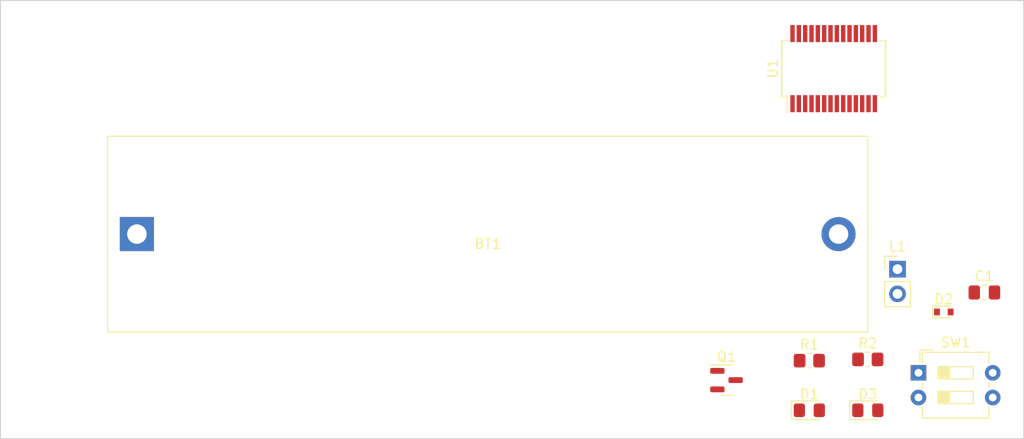
<source format=kicad_pcb>
(kicad_pcb (version 20211014) (generator pcbnew)
  (layers (0 "F.Cu" signal) (31 "B.Cu" signal) (34 "B.Paste" user) (35 "F.Paste" user) (36 "B.SilkS" user "B.Silkscreen") (37 "F.SilkS" user "F.Silkscreen") (38 "B.Mask" user) (39 "F.Mask" user) (44 "Edge.Cuts" user))
  (net 0 "")
  (net 1 "Net-(BT1-Pad1)")
  (net 2 "GND")
  (net 3 "Net-(C1-Pad2)")
  (net 4 "Net-(D1-Pad2)")
  (net 5 "Net-(D2-Pad1)")
  (net 6 "Net-(D3-Pad2)")
  (net 7 "Net-(L1-Pad1)")
  (net 8 "Net-(Q1-Pad1)")
  (net 9 "Net-(R2-Pad2)")
  (footprint "Resistor_SMD:R_0805_2012Metric_Pad1.20x1.40mm_HandSolder" (layer "F.Cu") (at 184 91.875)
    (fp_text reference "R2" (at 0 -1.65) (layer "F.SilkS"))
    (fp_text value "R")
    (fp_line (start -0.227064 -0.735) (end 0.227064 -0.735) (layer "F.SilkS") (width 0.12))
    (fp_line (start -0.227064 0.735) (end 0.227064 0.735) (layer "F.SilkS") (width 0.12))
    (pad "1" smd roundrect (at -1 0) (size 1.2 1.4) (layers "F.Cu" "F.Paste" "F.Mask") (roundrect_rratio 0.208333) (net 6 "Net-(D3-Pad2)"))
    (pad "2" smd roundrect (at 1 0) (size 1.2 1.4) (layers "F.Cu" "F.Paste" "F.Mask") (roundrect_rratio 0.208333) (net 9 "Net-(R2-Pad2)"))
  )
  (footprint "Diode_SMD:D_SOD-523" (layer "F.Cu") (at 191.8 87)
    (fp_text reference "D2" (at 0 -1.3) (layer "F.SilkS"))
    (fp_text value "1N914WT")
    (fp_line (start -1.15 -0.6) (end -1.15 0.6) (layer "F.SilkS") (width 0.12))
    (fp_line (start 0.7 -0.6) (end -1.15 -0.6) (layer "F.SilkS") (width 0.12))
    (fp_line (start 0.7 0.6) (end -1.15 0.6) (layer "F.SilkS") (width 0.12))
    (pad "1" smd rect (at -0.7 0 180) (size 0.6 0.7) (layers "F.Cu" "F.Paste" "F.Mask") (net 5 "Net-(D2-Pad1)"))
    (pad "2" smd rect (at 0.7 0 180) (size 0.6 0.7) (layers "F.Cu" "F.Paste" "F.Mask") (net 1 "Net-(BT1-Pad1)"))
  )
  (footprint "Button_Switch_THT:SW_DIP_SPSTx02_Slide_6.7x6.64mm_W7.62mm_P2.54mm_LowProfile" (layer "F.Cu") (at 189.2 93.25)
    (fp_text reference "SW1" (at 3.81 -3.11) (layer "F.SilkS"))
    (fp_text value "SW_SPDT")
    (fp_line (start 2 0.565) (end 3.206667 0.565) (layer "F.SilkS") (width 0.12))
    (fp_line (start 0.16 -2.35) (end 1.543 -2.35) (layer "F.SilkS") (width 0.12))
    (fp_line (start 2 2.025) (end 3.206667 2.025) (layer "F.SilkS") (width 0.12))
    (fp_line (start 2 -0.635) (end 2 0.635) (layer "F.SilkS") (width 0.12))
    (fp_line (start 0.4 3.53) (end 0.4 4.65) (layer "F.SilkS") (width 0.12))
    (fp_line (start 2 0.205) (end 3.206667 0.205) (layer "F.SilkS") (width 0.12))
    (fp_line (start 2 0.445) (end 3.206667 0.445) (layer "F.SilkS") (width 0.12))
    (fp_line (start 2 1.905) (end 2 3.175) (layer "F.SilkS") (width 0.12))
    (fp_line (start 2 2.145) (end 3.206667 2.145) (layer "F.SilkS") (width 0.12))
    (fp_line (start 2 0.325) (end 3.206667 0.325) (layer "F.SilkS") (width 0.12))
    (fp_line (start 3.206667 1.905) (end 3.206667 3.175) (layer "F.SilkS") (width 0.12))
    (fp_line (start 7.221 0.99) (end 7.221 1.551) (layer "F.SilkS") (width 0.12))
    (fp_line (start 5.62 -0.635) (end 2 -0.635) (layer "F.SilkS") (width 0.12))
    (fp_line (start 0.16 -2.35) (end 0.16 -1.04) (layer "F.SilkS") (width 0.12))
    (fp_line (start 7.221 -2.11) (end 7.221 -0.99) (layer "F.SilkS") (width 0.12))
    (fp_line (start 2 2.625) (end 3.206667 2.625) (layer "F.SilkS") (width 0.12))
    (fp_line (start 2 3.105) (end 3.206667 3.105) (layer "F.SilkS") (width 0.12))
    (fp_line (start 2 -0.035) (end 3.206667 -0.035) (layer "F.SilkS") (width 0.12))
    (fp_line (start 2 2.865) (end 3.206667 2.865) (layer "F.SilkS") (width 0.12))
    (fp_line (start 2 3.175) (end 5.62 3.175) (layer "F.SilkS") (width 0.12))
    (fp_line (start 0.4 4.65) (end 7.221 4.65) (layer "F.SilkS") (width 0.12))
    (fp_line (start 2 2.985) (end 3.206667 2.985) (layer "F.SilkS") (width 0.12))
    (fp_line (start 2 -0.515) (end 3.206667 -0.515) (layer "F.SilkS") (width 0.12))
    (fp_line (start 2 2.265) (end 3.206667 2.265) (layer "F.SilkS") (width 0.12))
    (fp_line (start 0.4 1.04) (end 0.4 1.551) (layer "F.SilkS") (width 0.12))
    (fp_line (start 2 0.635) (end 5.62 0.635) (layer "F.SilkS") (width 0.12))
    (fp_line (start 2 2.745) (end 3.206667 2.745) (layer "F.SilkS") (width 0.12))
    (fp_line (start 2 2.505) (end 3.206667 2.505) (layer "F.SilkS") (width 0.12))
    (fp_line (start 5.62 0.635) (end 5.62 -0.635) (layer "F.SilkS") (width 0.12))
    (fp_line (start 5.62 3.175) (end 5.62 1.905) (layer "F.SilkS") (width 0.12))
    (fp_line (start 2 0.085) (end 3.206667 0.085) (layer "F.SilkS") (width 0.12))
    (fp_line (start 3.206667 -0.635) (end 3.206667 0.635) (layer "F.SilkS") (width 0.12))
    (fp_line (start 5.62 1.905) (end 2 1.905) (layer "F.SilkS") (width 0.12))
    (fp_line (start 2 2.385) (end 3.206667 2.385) (layer "F.SilkS") (width 0.12))
    (fp_line (start 7.221 3.53) (end 7.221 4.65) (layer "F.SilkS") (width 0.12))
    (fp_line (start 0.4 -2.11) (end 7.221 -2.11) (layer "F.SilkS") (width 0.12))
    (fp_line (start 2 -0.275) (end 3.206667 -0.275) (layer "F.SilkS") (width 0.12))
    (fp_line (start 2 -0.155) (end 3.206667 -0.155) (layer "F.SilkS") (width 0.12))
    (fp_line (start 0.4 -2.11) (end 0.4 -1.04) (layer "F.SilkS") (width 0.12))
    (fp_line (start 2 -0.395) (end 3.206667 -0.395) (layer "F.SilkS") (width 0.12))
    (pad "1" thru_hole rect (at 0 0) (size 1.6 1.6) (drill 0.8) (layers *.Cu *.Mask) (net 9 "Net-(R2-Pad2)"))
    (pad "2" thru_hole oval (at 0 2.54) (size 1.6 1.6) (drill 0.8) (layers *.Cu *.Mask) (net 5 "Net-(D2-Pad1)"))
    (pad "3" thru_hole oval (at 7.62 2.54) (size 1.6 1.6) (drill 0.8) (layers *.Cu *.Mask))
    (pad "4" thru_hole oval (at 7.62 0) (size 1.6 1.6) (drill 0.8) (layers *.Cu *.Mask))
  )
  (footprint "Resistor_SMD:R_0805_2012Metric_Pad1.20x1.40mm_HandSolder" (layer "F.Cu") (at 178 92)
    (fp_text reference "R1" (at 0 -1.65) (layer "F.SilkS"))
    (fp_text value "R")
    (fp_line (start -0.227064 0.735) (end 0.227064 0.735) (layer "F.SilkS") (width 0.12))
    (fp_line (start -0.227064 -0.735) (end 0.227064 -0.735) (layer "F.SilkS") (width 0.12))
    (pad "1" smd roundrect (at -1 0) (size 1.2 1.4) (layers "F.Cu" "F.Paste" "F.Mask") (roundrect_rratio 0.208333) (net 4 "Net-(D1-Pad2)"))
    (pad "2" smd roundrect (at 1 0) (size 1.2 1.4) (layers "F.Cu" "F.Paste" "F.Mask") (roundrect_rratio 0.208333) (net 8 "Net-(Q1-Pad1)"))
  )
  (footprint "Battery:BatteryHolder_MPD_BH-18650-PC2" (layer "F.Cu") (at 109 79)
    (fp_text reference "BT1" (at 36 1) (layer "F.SilkS"))
    (fp_text value "Battery_Cell")
    (fp_line (start 75 -10.05) (end 75 10.05) (layer "F.SilkS") (width 0.12))
    (fp_line (start -3 -10.05) (end 75 -10.05) (layer "F.SilkS") (width 0.12))
    (fp_line (start -3 10.05) (end -3 -10.05) (layer "F.SilkS") (width 0.12))
    (fp_line (start 75 10.05) (end -3 10.05) (layer "F.SilkS") (width 0.12))
    (pad "" np_thru_hole circle (at 64.255 0) (size 3.2 3.2) (drill 3.2) (layers *.Cu *.Mask))
    (pad "" np_thru_hole circle (at 8.645 0) (size 3.2 3.2) (drill 3.2) (layers *.Cu *.Mask))
    (pad "1" thru_hole rect (at 0 0) (size 3.5 3.5) (drill 2) (layers *.Cu *.Mask) (net 1 "Net-(BT1-Pad1)"))
    (pad "2" thru_hole circle (at 72 0) (size 3.5 3.5) (drill 2) (layers *.Cu *.Mask) (net 2 "GND"))
  )
  (footprint "Package_TO_SOT_SMD:SOT-23" (layer "F.Cu") (at 169.5 94)
    (fp_text reference "Q1" (at 0 -2.4) (layer "F.SilkS"))
    (fp_text value "AO3400A")
    (fp_line (start 0 -1.56) (end -1.675 -1.56) (layer "F.SilkS") (width 0.12))
    (fp_line (start 0 -1.56) (end 0.65 -1.56) (layer "F.SilkS") (width 0.12))
    (fp_line (start 0 1.56) (end -0.65 1.56) (layer "F.SilkS") (width 0.12))
    (fp_line (start 0 1.56) (end 0.65 1.56) (layer "F.SilkS") (width 0.12))
    (pad "1" smd roundrect (at -0.9375 -0.95) (size 1.475 0.6) (layers "F.Cu" "F.Paste" "F.Mask") (net 8 "Net-(Q1-Pad1)"))
    (pad "2" smd roundrect (at -0.9375 0.95) (size 1.475 0.6) (layers "F.Cu" "F.Paste" "F.Mask") (net 2 "GND"))
    (pad "3" smd roundrect (at 0.9375 0) (size 1.475 0.6) (layers "F.Cu" "F.Paste" "F.Mask") (net 7 "Net-(L1-Pad1)"))
  )
  (footprint "LED_SMD:LED_0805_2012Metric_Pad1.15x1.40mm_HandSolder" (layer "F.Cu") (at 178 97.1)
    (fp_text reference "D1" (at 0 -1.65) (layer "F.SilkS"))
    (fp_text value "LED")
    (fp_line (start 1 -0.96) (end -1.86 -0.96) (layer "F.SilkS") (width 0.12))
    (fp_line (start -1.86 0.96) (end 1 0.96) (layer "F.SilkS") (width 0.12))
    (fp_line (start -1.86 -0.96) (end -1.86 0.96) (layer "F.SilkS") (width 0.12))
    (pad "1" smd roundrect (at -1.025 0) (size 1.15 1.4) (layers "F.Cu" "F.Paste" "F.Mask") (roundrect_rratio 0.217391) (net 2 "GND"))
    (pad "2" smd roundrect (at 1.025 0) (size 1.15 1.4) (layers "F.Cu" "F.Paste" "F.Mask") (roundrect_rratio 0.217391) (net 4 "Net-(D1-Pad2)"))
  )
  (footprint "LED_SMD:LED_0805_2012Metric_Pad1.15x1.40mm_HandSolder" (layer "F.Cu") (at 184 97.1)
    (fp_text reference "D3" (at 0 -1.65) (layer "F.SilkS"))
    (fp_text value "LED")
    (fp_line (start -1.86 -0.96) (end -1.86 0.96) (layer "F.SilkS") (width 0.12))
    (fp_line (start 1 -0.96) (end -1.86 -0.96) (layer "F.SilkS") (width 0.12))
    (fp_line (start -1.86 0.96) (end 1 0.96) (layer "F.SilkS") (width 0.12))
    (pad "1" smd roundrect (at -1.025 0) (size 1.15 1.4) (layers "F.Cu" "F.Paste" "F.Mask") (roundrect_rratio 0.217391) (net 2 "GND"))
    (pad "2" smd roundrect (at 1.025 0) (size 1.15 1.4) (layers "F.Cu" "F.Paste" "F.Mask") (roundrect_rratio 0.217391) (net 6 "Net-(D3-Pad2)"))
  )
  (footprint "Connector_PinHeader_2.54mm:PinHeader_1x02_P2.54mm_Vertical" (layer "F.Cu") (at 187.05 82.6)
    (fp_text reference "L1" (at 0 -2.33) (layer "F.SilkS"))
    (fp_text value "L")
    (fp_line (start -1.33 1.27) (end 1.33 1.27) (layer "F.SilkS") (width 0.12))
    (fp_line (start -1.33 3.87) (end 1.33 3.87) (layer "F.SilkS") (width 0.12))
    (fp_line (start -1.33 -1.33) (end 0 -1.33) (layer "F.SilkS") (width 0.12))
    (fp_line (start -1.33 0) (end -1.33 -1.33) (layer "F.SilkS") (width 0.12))
    (fp_line (start -1.33 1.27) (end -1.33 3.87) (layer "F.SilkS") (width 0.12))
    (fp_line (start 1.33 1.27) (end 1.33 3.87) (layer "F.SilkS") (width 0.12))
    (pad "1" thru_hole rect (at 0 0) (size 1.7 1.7) (drill 1) (layers *.Cu *.Mask) (net 7 "Net-(L1-Pad1)"))
    (pad "2" thru_hole oval (at 0 2.54) (size 1.7 1.7) (drill 1) (layers *.Cu *.Mask) (net 3 "Net-(C1-Pad2)"))
  )
  (footprint "Package_SO:SSOP-28_5.3x10.2mm_P0.65mm" (layer "F.Cu") (at 180.5 62 90)
    (fp_text reference "U1" (at 0 -6.25 90) (layer "F.SilkS"))
    (fp_text value "ATmega3208-X")
    (fp_line (start -2.875 5.325) (end -2.875 4.675) (layer "F.SilkS") (width 0.15))
    (fp_line (start -2.875 -4.75) (end -4.475 -4.75) (layer "F.SilkS") (width 0.15))
    (fp_line (start -2.875 5.325) (end 2.875 5.325) (layer "F.SilkS") (width 0.15))
    (fp_line (start -2.875 -5.325) (end 2.875 -5.325) (layer "F.SilkS") (width 0.15))
    (fp_line (start 2.875 -5.325) (end 2.875 -4.675) (layer "F.SilkS") (width 0.15))
    (fp_line (start -2.875 -5.325) (end -2.875 -4.75) (layer "F.SilkS") (width 0.15))
    (fp_line (start 2.875 5.325) (end 2.875 4.675) (layer "F.SilkS") (width 0.15))
    (pad "1" smd rect (at -3.6 -4.225 90) (size 1.75 0.45) (layers "F.Cu" "F.Paste" "F.Mask"))
    (pad "2" smd rect (at -3.6 -3.575 90) (size 1.75 0.45) (layers "F.Cu" "F.Paste" "F.Mask"))
    (pad "3" smd rect (at -3.6 -2.925 90) (size 1.75 0.45) (layers "F.Cu" "F.Paste" "F.Mask"))
    (pad "4" smd rect (at -3.6 -2.275 90) (size 1.75 0.45) (layers "F.Cu" "F.Paste" "F.Mask"))
    (pad "5" smd rect (at -3.6 -1.625 90) (size 1.75 0.45) (layers "F.Cu" "F.Paste" "F.Mask"))
    (pad "6" smd rect (at -3.6 -0.975 90) (size 1.75 0.45) (layers "F.Cu" "F.Paste" "F.Mask") (net 8 "Net-(Q1-Pad1)"))
    (pad "7" smd rect (at -3.6 -0.325 90) (size 1.75 0.45) (layers "F.Cu" "F.Paste" "F.Mask"))
    (pad "8" smd rect (at -3.6 0.325 90) (size 1.75 0.45) (layers "F.Cu" "F.Paste" "F.Mask"))
    (pad "9" smd rect (at -3.6 0.975 90) (size 1.75 0.45) (layers "F.Cu" "F.Paste" "F.Mask"))
    (pad "10" smd rect (at -3.6 1.625 90) (size 1.75 0.45) (layers "F.Cu" "F.Paste" "F.Mask"))
    (pad "11" smd rect (at -3.6 2.275 90) (size 1.75 0.45) (layers "F.Cu" "F.Paste" "F.Mask"))
    (pad "12" smd rect (at -3.6 2.925 90) (size 1.75 0.45) (layers "F.Cu" "F.Paste" "F.Mask"))
    (pad "13" smd rect (at -3.6 3.575 90) (size 1.75 0.45) (layers "F.Cu" "F.Paste" "F.Mask"))
    (pad "14" smd rect (at -3.6 4.225 90) (size 1.75 0.45) (layers "F.Cu" "F.Paste" "F.Mask") (net 9 "Net-(R2-Pad2)"))
    (pad "15" smd rect (at 3.6 4.225 90) (size 1.75 0.45) (layers "F.Cu" "F.Paste" "F.Mask") (net 2 "GND"))
    (pad "16" smd rect (at 3.6 3.575 90) (size 1.75 0.45) (layers "F.Cu" "F.Paste" "F.Mask"))
    (pad "17" smd rect (at 3.6 2.925 90) (size 1.75 0.45) (layers "F.Cu" "F.Paste" "F.Mask"))
    (pad "18" smd rect (at 3.6 2.275 90) (size 1.75 0.45) (layers "F.Cu" "F.Paste" "F.Mask"))
    (pad "19" smd rect (at 3.6 1.625 90) (size 1.75 0.45) (layers "F.Cu" "F.Paste" "F.Mask"))
    (pad "20" smd rect (at 3.6 0.975 90) (size 1.75 0.45) (layers "F.Cu" "F.Paste" "F.Mask") (net 9 "Net-(R2-Pad2)"))
    (pad "21" smd rect (at 3.6 0.325 90) (size 1.75 0.45) (layers "F.Cu" "F.Paste" "F.Mask") (net 2 "GND"))
    (pad "22" smd rect (at 3.6 -0.325 90) (size 1.75 0.45) (layers "F.Cu" "F.Paste" "F.Mask"))
    (pad "23" smd rect (at 3.6 -0.975 90) (size 1.75 0.45) (layers "F.Cu" "F.Paste" "F.Mask"))
    (pad "24" smd rect (at 3.6 -1.625 90) (size 1.75 0.45) (layers "F.Cu" "F.Paste" "F.Mask"))
    (pad "25" smd rect (at 3.6 -2.275 90) (size 1.75 0.45) (layers "F.Cu" "F.Paste" "F.Mask"))
    (pad "26" smd rect (at 3.6 -2.925 90) (size 1.75 0.45) (layers "F.Cu" "F.Paste" "F.Mask"))
    (pad "27" smd rect (at 3.6 -3.575 90) (size 1.75 0.45) (layers "F.Cu" "F.Paste" "F.Mask"))
    (pad "28" smd rect (at 3.6 -4.225 90) (size 1.75 0.45) (layers "F.Cu" "F.Paste" "F.Mask"))
  )
  (footprint "Capacitor_SMD:C_0805_2012Metric_Pad1.18x1.45mm_HandSolder" (layer "F.Cu") (at 195.9625 85)
    (fp_text reference "C1" (at 0 -1.68) (layer "F.SilkS"))
    (fp_text value "C")
    (fp_line (start -0.261252 -0.735) (end 0.261252 -0.735) (layer "F.SilkS") (width 0.12))
    (fp_line (start -0.261252 0.735) (end 0.261252 0.735) (layer "F.SilkS") (width 0.12))
    (pad "1" smd roundrect (at -1.0375 0) (size 1.175 1.45) (layers "F.Cu" "F.Paste" "F.Mask") (roundrect_rratio 0.212766) (net 1 "Net-(BT1-Pad1)"))
    (pad "2" smd roundrect (at 1.0375 0) (size 1.175 1.45) (layers "F.Cu" "F.Paste" "F.Mask") (roundrect_rratio 0.212766) (net 3 "Net-(C1-Pad2)"))
  )
  (gr_rect (start 95 55) (end 200 100) (layer "Edge.Cuts") (width 0.1) (fill none))
)
</source>
